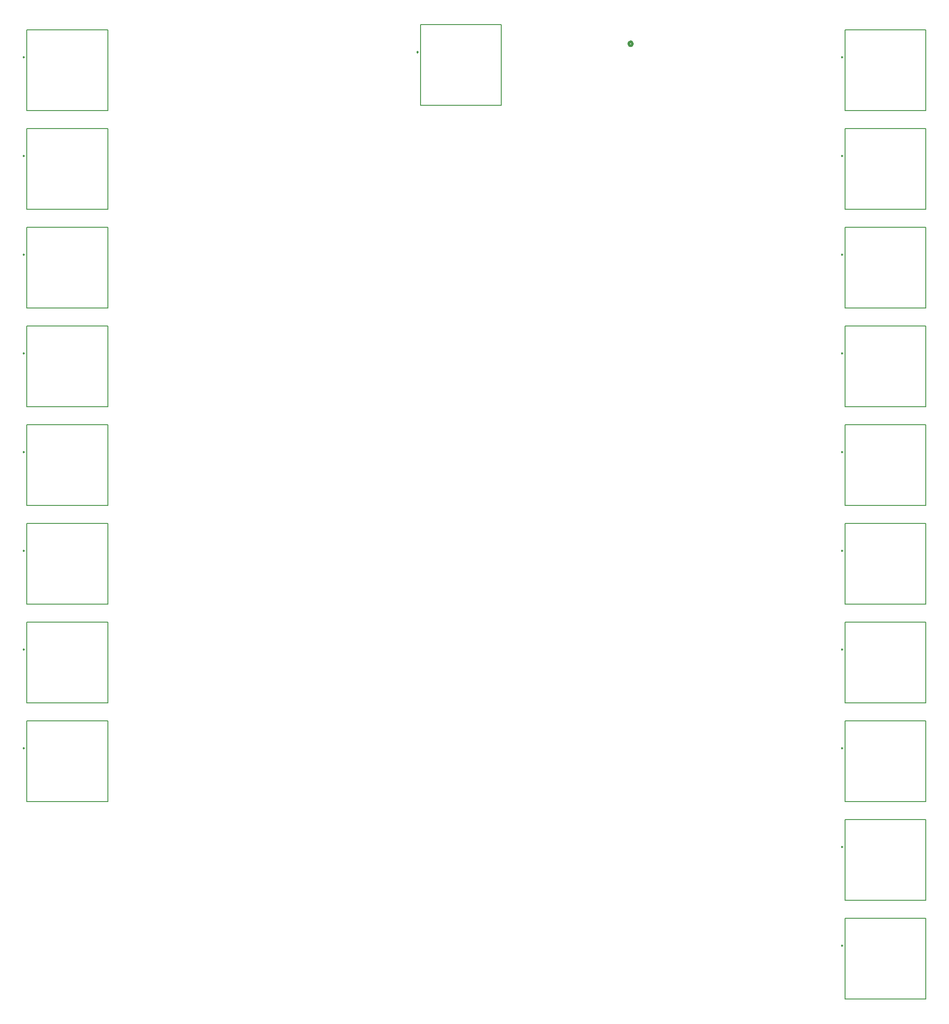
<source format=gto>
G04*
G04 #@! TF.GenerationSoftware,Altium Limited,Altium Designer,22.10.1 (41)*
G04*
G04 Layer_Color=65535*
%FSLAX25Y25*%
%MOIN*%
G70*
G04*
G04 #@! TF.SameCoordinates,44C76E85-51F2-408D-B631-529058D5D606*
G04*
G04*
G04 #@! TF.FilePolarity,Positive*
G04*
G01*
G75*
%ADD10C,0.02000*%
%ADD11C,0.00984*%
%ADD12C,0.00787*%
D10*
X131447Y582677D02*
X131096Y583641D01*
X130207Y584154D01*
X129197Y583976D01*
X128537Y583190D01*
Y582164D01*
X129197Y581378D01*
X130207Y581200D01*
X131096Y581713D01*
X131447Y582677D01*
D11*
X-31700Y576459D02*
X-32438Y576885D01*
Y576033D01*
X-31700Y576459D01*
X290923Y-102479D02*
X290184Y-102053D01*
Y-102905D01*
X290923Y-102479D01*
Y-27479D02*
X290184Y-27053D01*
Y-27905D01*
X290923Y-27479D01*
Y47521D02*
X290184Y47947D01*
Y47095D01*
X290923Y47521D01*
Y122521D02*
X290184Y122947D01*
Y122095D01*
X290923Y122521D01*
Y197521D02*
X290184Y197947D01*
Y197095D01*
X290923Y197521D01*
Y272521D02*
X290184Y272947D01*
Y272095D01*
X290923Y272521D01*
Y347521D02*
X290184Y347947D01*
Y347095D01*
X290923Y347521D01*
Y422521D02*
X290184Y422947D01*
Y422095D01*
X290923Y422521D01*
Y497521D02*
X290184Y497947D01*
Y497095D01*
X290923Y497521D01*
Y572521D02*
X290184Y572947D01*
Y572095D01*
X290923Y572521D01*
X-330914Y47521D02*
X-331652Y47947D01*
Y47094D01*
X-330914Y47521D01*
Y122521D02*
X-331652Y122947D01*
Y122094D01*
X-330914Y122521D01*
Y197521D02*
X-331652Y197947D01*
Y197094D01*
X-330914Y197521D01*
Y272521D02*
X-331652Y272947D01*
Y272094D01*
X-330914Y272521D01*
Y347521D02*
X-331652Y347947D01*
Y347094D01*
X-330914Y347521D01*
Y422521D02*
X-331652Y422947D01*
Y422094D01*
X-330914Y422521D01*
Y497521D02*
X-331652Y497947D01*
Y497094D01*
X-330914Y497521D01*
Y572521D02*
X-331652Y572947D01*
Y572094D01*
X-330914Y572521D01*
D12*
X-29633Y597168D02*
X31784D01*
Y535750D02*
Y597168D01*
X-29633Y535750D02*
X31784D01*
X-29633D02*
Y597168D01*
X292989Y-81770D02*
X354407D01*
Y-143188D02*
Y-81770D01*
X292989Y-143188D02*
X354407D01*
X292989D02*
Y-81770D01*
Y-6770D02*
X354407D01*
Y-68188D02*
Y-6770D01*
X292989Y-68188D02*
X354407D01*
X292989D02*
Y-6770D01*
Y68230D02*
X354407D01*
Y6812D02*
Y68230D01*
X292989Y6812D02*
X354407D01*
X292989D02*
Y68230D01*
Y143230D02*
X354407D01*
Y81812D02*
Y143230D01*
X292989Y81812D02*
X354407D01*
X292989D02*
Y143230D01*
Y218230D02*
X354407D01*
Y156812D02*
Y218230D01*
X292989Y156812D02*
X354407D01*
X292989D02*
Y218230D01*
Y293230D02*
X354407D01*
Y231812D02*
Y293230D01*
X292989Y231812D02*
X354407D01*
X292989D02*
Y293230D01*
Y368230D02*
X354407D01*
Y306812D02*
Y368230D01*
X292989Y306812D02*
X354407D01*
X292989D02*
Y368230D01*
Y443230D02*
X354407D01*
Y381812D02*
Y443230D01*
X292989Y381812D02*
X354407D01*
X292989D02*
Y443230D01*
Y518230D02*
X354407D01*
Y456812D02*
Y518230D01*
X292989Y456812D02*
X354407D01*
X292989D02*
Y518230D01*
Y593230D02*
X354407D01*
Y531812D02*
Y593230D01*
X292989Y531812D02*
X354407D01*
X292989D02*
Y593230D01*
X-328847Y68229D02*
X-267430D01*
Y6812D02*
Y68229D01*
X-328847Y6812D02*
X-267430D01*
X-328847D02*
Y68229D01*
Y143229D02*
X-267430D01*
Y81812D02*
Y143229D01*
X-328847Y81812D02*
X-267430D01*
X-328847D02*
Y143229D01*
Y218229D02*
X-267430D01*
Y156812D02*
Y218229D01*
X-328847Y156812D02*
X-267430D01*
X-328847D02*
Y218229D01*
Y293229D02*
X-267430D01*
Y231812D02*
Y293229D01*
X-328847Y231812D02*
X-267430D01*
X-328847D02*
Y293229D01*
Y368229D02*
X-267430D01*
Y306812D02*
Y368229D01*
X-328847Y306812D02*
X-267430D01*
X-328847D02*
Y368229D01*
Y443229D02*
X-267430D01*
Y381812D02*
Y443229D01*
X-328847Y381812D02*
X-267430D01*
X-328847D02*
Y443229D01*
Y518229D02*
X-267430D01*
Y456812D02*
Y518229D01*
X-328847Y456812D02*
X-267430D01*
X-328847D02*
Y518229D01*
Y593229D02*
X-267430D01*
Y531812D02*
Y593229D01*
X-328847Y531812D02*
X-267430D01*
X-328847D02*
Y593229D01*
M02*

</source>
